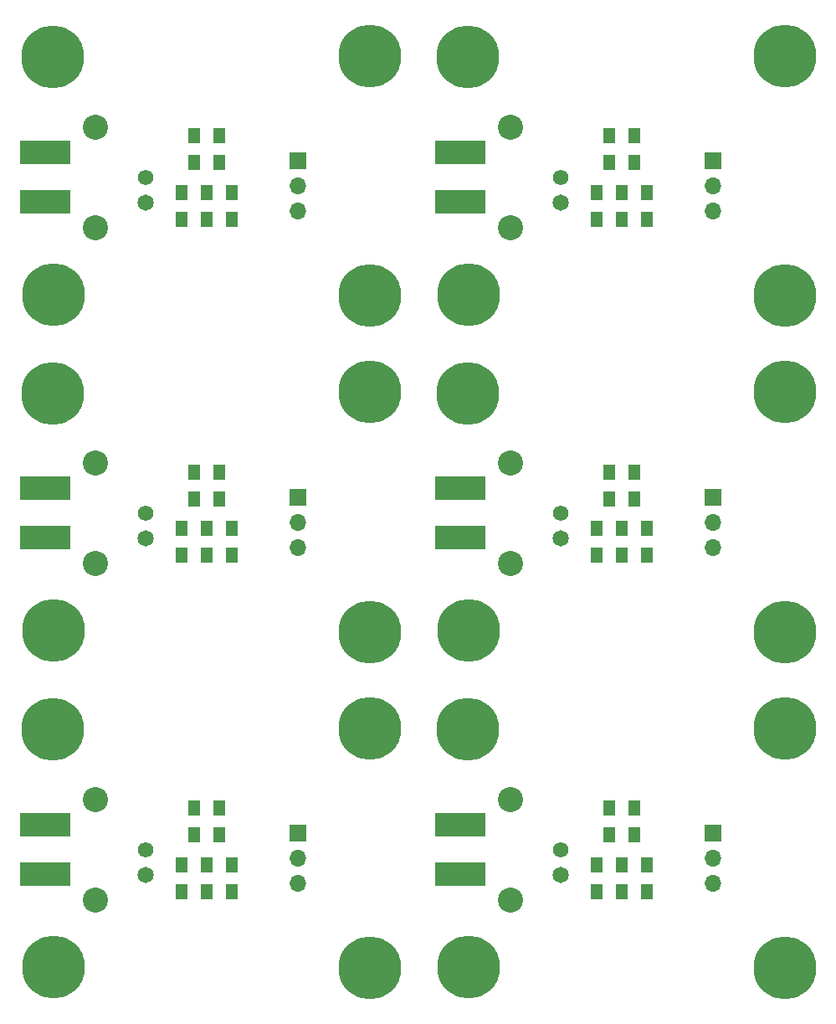
<source format=gbs>
%MOIN*%
%OFA0B0*%
%FSLAX46Y46*%
%IPPOS*%
%LPD*%
%ADD10C,0.1*%
%ADD11C,0.062*%
%ADD12C,0.065*%
%ADD13R,0.2X0.095*%
%ADD14C,0.25*%
%ADD15R,0.066929133858267723X0.066929133858267723*%
%ADD16O,0.066929133858267723X0.066929133858267723*%
%ADD17R,0.051181102362204731X0.059055118110236227*%
%ADD28C,0.1*%
%ADD29C,0.062*%
%ADD30C,0.065*%
%ADD31R,0.2X0.095*%
%ADD32C,0.25*%
%ADD33R,0.066929133858267723X0.066929133858267723*%
%ADD34O,0.066929133858267723X0.066929133858267723*%
%ADD35R,0.051181102362204731X0.059055118110236227*%
%ADD36C,0.1*%
%ADD37C,0.062*%
%ADD38C,0.065*%
%ADD39R,0.2X0.095*%
%ADD40C,0.25*%
%ADD41R,0.066929133858267723X0.066929133858267723*%
%ADD42O,0.066929133858267723X0.066929133858267723*%
%ADD43R,0.051181102362204731X0.059055118110236227*%
%ADD44C,0.1*%
%ADD45C,0.062*%
%ADD46C,0.065*%
%ADD47R,0.2X0.095*%
%ADD48C,0.25*%
%ADD49R,0.066929133858267723X0.066929133858267723*%
%ADD50O,0.066929133858267723X0.066929133858267723*%
%ADD51R,0.051181102362204731X0.059055118110236227*%
%ADD52C,0.1*%
%ADD53C,0.062*%
%ADD54C,0.065*%
%ADD55R,0.2X0.095*%
%ADD56C,0.25*%
%ADD57R,0.066929133858267723X0.066929133858267723*%
%ADD58O,0.066929133858267723X0.066929133858267723*%
%ADD59R,0.051181102362204731X0.059055118110236227*%
%ADD60C,0.1*%
%ADD61C,0.062*%
%ADD62C,0.065*%
%ADD63R,0.2X0.095*%
%ADD64C,0.25*%
%ADD65R,0.066929133858267723X0.066929133858267723*%
%ADD66O,0.066929133858267723X0.066929133858267723*%
%ADD67R,0.051181102362204731X0.059055118110236227*%
G01*
D10*
X-0004576692Y0004738464D02*
X0000324606Y0000428188D03*
X0000324606Y0000828188D03*
D11*
X0000524606Y0000628188D03*
D12*
X0000524606Y0000528188D03*
D13*
X0000122795Y0000531496D03*
X0000122795Y0000728346D03*
D14*
X0000152559Y0001106574D03*
X0001417322Y0000156692D03*
D15*
X0001130551Y0000694330D03*
D16*
X0001130551Y0000594330D03*
X0001130551Y0000494330D03*
D14*
X0001417322Y0001111574D03*
X0000157559Y0000161692D03*
D17*
X0000817795Y0000793070D03*
X0000817795Y0000686771D03*
X0000717795Y0000793070D03*
X0000717795Y0000686771D03*
X0000667795Y0000461771D03*
X0000667795Y0000568070D03*
X0000767795Y0000461771D03*
X0000767795Y0000568070D03*
X0000867795Y0000461771D03*
X0000867795Y0000568070D03*
G04 next file*
G04 Gerber Fmt 4.6, Leading zero omitted, Abs format (unit mm)*
G04 Created by KiCad (PCBNEW (6.0.1)) date 2022-07-06 09:20:12*
G01*
G04 APERTURE LIST*
G04 APERTURE END LIST*
D28*
X-0002923149Y0004738464D02*
X0001978149Y0000428188D03*
X0001978149Y0000828188D03*
D29*
X0002178149Y0000628188D03*
D30*
X0002178149Y0000528188D03*
D31*
X0001776338Y0000531496D03*
X0001776338Y0000728346D03*
D32*
X0001806102Y0001106574D03*
X0003070866Y0000156692D03*
D33*
X0002784094Y0000694330D03*
D34*
X0002784094Y0000594330D03*
X0002784094Y0000494330D03*
D32*
X0003070866Y0001111574D03*
X0001811102Y0000161692D03*
D35*
X0002471338Y0000793070D03*
X0002471338Y0000686771D03*
X0002371338Y0000793070D03*
X0002371338Y0000686771D03*
X0002321338Y0000461771D03*
X0002321338Y0000568070D03*
X0002421338Y0000461771D03*
X0002421338Y0000568070D03*
X0002521338Y0000461771D03*
X0002521338Y0000568070D03*
G04 next file*
G04 Gerber Fmt 4.6, Leading zero omitted, Abs format (unit mm)*
G04 Created by KiCad (PCBNEW (6.0.1)) date 2022-07-06 09:20:12*
G01*
G04 APERTURE LIST*
G04 APERTURE END LIST*
D36*
X-0004576692Y0006077047D02*
X0000324606Y0001766771D03*
X0000324606Y0002166771D03*
D37*
X0000524606Y0001966771D03*
D38*
X0000524606Y0001866771D03*
D39*
X0000122795Y0001870078D03*
X0000122795Y0002066929D03*
D40*
X0000152559Y0002445157D03*
X0001417322Y0001495275D03*
D41*
X0001130551Y0002032913D03*
D42*
X0001130551Y0001932913D03*
X0001130551Y0001832913D03*
D40*
X0001417322Y0002450157D03*
X0000157559Y0001500275D03*
D43*
X0000817795Y0002131653D03*
X0000817795Y0002025354D03*
X0000717795Y0002131653D03*
X0000717795Y0002025354D03*
X0000667795Y0001800354D03*
X0000667795Y0001906653D03*
X0000767795Y0001800354D03*
X0000767795Y0001906653D03*
X0000867795Y0001800354D03*
X0000867795Y0001906653D03*
G04 next file*
G04 Gerber Fmt 4.6, Leading zero omitted, Abs format (unit mm)*
G04 Created by KiCad (PCBNEW (6.0.1)) date 2022-07-06 09:20:12*
G01*
G04 APERTURE LIST*
G04 APERTURE END LIST*
D44*
X-0004576692Y0007415629D02*
X0000324606Y0003105354D03*
X0000324606Y0003505354D03*
D45*
X0000524606Y0003305354D03*
D46*
X0000524606Y0003205354D03*
D47*
X0000122795Y0003208661D03*
X0000122795Y0003405511D03*
D48*
X0000152559Y0003783740D03*
X0001417322Y0002833858D03*
D49*
X0001130551Y0003371496D03*
D50*
X0001130551Y0003271496D03*
X0001130551Y0003171496D03*
D48*
X0001417322Y0003788740D03*
X0000157559Y0002838858D03*
D51*
X0000817795Y0003470236D03*
X0000817795Y0003363937D03*
X0000717795Y0003470236D03*
X0000717795Y0003363937D03*
X0000667795Y0003138937D03*
X0000667795Y0003245236D03*
X0000767795Y0003138937D03*
X0000767795Y0003245236D03*
X0000867795Y0003138937D03*
X0000867795Y0003245236D03*
G04 next file*
G04 Gerber Fmt 4.6, Leading zero omitted, Abs format (unit mm)*
G04 Created by KiCad (PCBNEW (6.0.1)) date 2022-07-06 09:20:12*
G01*
G04 APERTURE LIST*
G04 APERTURE END LIST*
D52*
X-0002923149Y0006077047D02*
X0001978149Y0001766771D03*
X0001978149Y0002166771D03*
D53*
X0002178149Y0001966771D03*
D54*
X0002178149Y0001866771D03*
D55*
X0001776338Y0001870078D03*
X0001776338Y0002066929D03*
D56*
X0001806102Y0002445157D03*
X0003070866Y0001495275D03*
D57*
X0002784094Y0002032913D03*
D58*
X0002784094Y0001932913D03*
X0002784094Y0001832913D03*
D56*
X0003070866Y0002450157D03*
X0001811102Y0001500275D03*
D59*
X0002471338Y0002131653D03*
X0002471338Y0002025354D03*
X0002371338Y0002131653D03*
X0002371338Y0002025354D03*
X0002321338Y0001800354D03*
X0002321338Y0001906653D03*
X0002421338Y0001800354D03*
X0002421338Y0001906653D03*
X0002521338Y0001800354D03*
X0002521338Y0001906653D03*
G04 next file*
G04 Gerber Fmt 4.6, Leading zero omitted, Abs format (unit mm)*
G04 Created by KiCad (PCBNEW (6.0.1)) date 2022-07-06 09:20:12*
G01*
G04 APERTURE LIST*
G04 APERTURE END LIST*
D60*
X-0002923149Y0007415629D02*
X0001978149Y0003105354D03*
X0001978149Y0003505354D03*
D61*
X0002178149Y0003305354D03*
D62*
X0002178149Y0003205354D03*
D63*
X0001776338Y0003208661D03*
X0001776338Y0003405511D03*
D64*
X0001806102Y0003783740D03*
X0003070866Y0002833858D03*
D65*
X0002784094Y0003371496D03*
D66*
X0002784094Y0003271496D03*
X0002784094Y0003171496D03*
D64*
X0003070866Y0003788740D03*
X0001811102Y0002838858D03*
D67*
X0002471338Y0003470236D03*
X0002471338Y0003363937D03*
X0002371338Y0003470236D03*
X0002371338Y0003363937D03*
X0002321338Y0003138937D03*
X0002321338Y0003245236D03*
X0002421338Y0003138937D03*
X0002421338Y0003245236D03*
X0002521338Y0003138937D03*
X0002521338Y0003245236D03*
M02*
</source>
